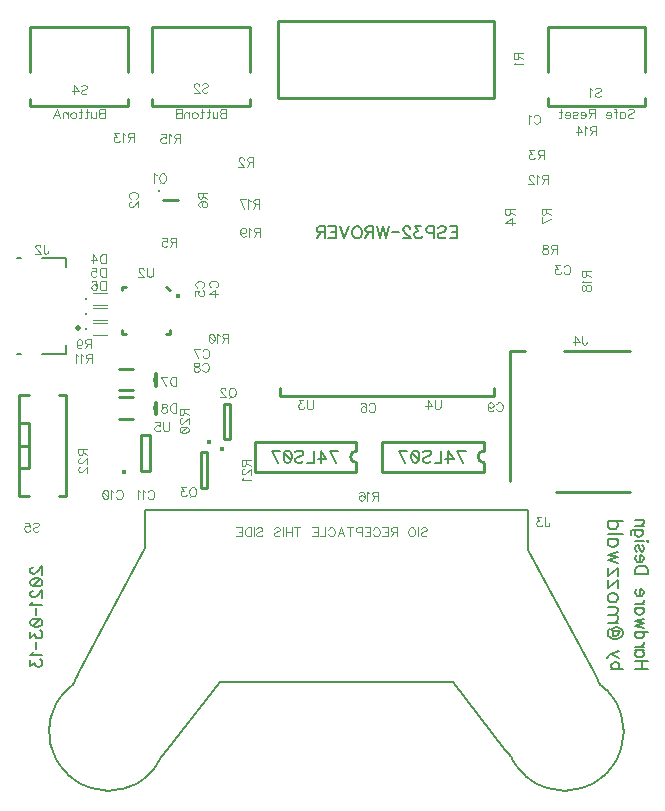
<source format=gbr>
G04 DipTrace 3.3.1.3*
G04 BottomSilk.gbr*
%MOMM*%
G04 #@! TF.FileFunction,Legend,Bot*
G04 #@! TF.Part,Single*
%ADD10C,0.25*%
%ADD14C,0.2*%
%ADD17C,0.1*%
%ADD19C,0.35*%
%ADD24O,0.40037X0.39994*%
%ADD27C,0.15*%
%ADD28O,0.50018X0.49973*%
%ADD40C,0.31758*%
%ADD42O,0.39172X0.39127*%
%ADD57O,0.41029X0.39013*%
%ADD63O,0.39103X0.39118*%
%ADD136C,0.11765*%
%ADD137C,0.15686*%
%ADD138C,0.19608*%
%FSLAX35Y35*%
G04*
G71*
G90*
G75*
G01*
G04 BotSilk*
%LPD*%
X1661754Y5172757D2*
D17*
X1781747D1*
X1661754Y5272757D2*
X1781747D1*
D14*
X1601758Y5222757D3*
X1661754Y5045757D2*
D17*
X1781747D1*
X1661754Y5145757D2*
X1781747D1*
D14*
X1601758Y5095757D3*
X1661754Y4918757D2*
D17*
X1781747D1*
X1661754Y5018757D2*
X1781747D1*
D14*
X1601758Y4968757D3*
X2003035Y4631895D2*
D10*
X1883065D1*
X2003035Y4451905D2*
X1883065D1*
D24*
X2188035Y4541900D3*
X2003035Y4393772D2*
D10*
X1883065D1*
X2003035Y4213782D2*
X1883065D1*
D24*
X2188035Y4303777D3*
D28*
X1529704Y4978915D3*
X1224701Y4763917D2*
D27*
X1434697D1*
Y4833896D1*
X1224701Y5573857D2*
X1434697D1*
Y5493916D1*
X1054732Y4763917D2*
X1014705D1*
X1054732Y5573857D2*
X1014705D1*
X5969855Y1951138D2*
D14*
X5955754Y1961350D1*
X5952836Y1966813D1*
X5947001Y1977975D1*
X5926579Y2016450D1*
X5900808Y2064663D1*
X5347456Y3101825D1*
Y3439550D1*
X5329951D1*
X5169974D1*
X4482904D1*
X3556598D1*
X2702257D1*
X2272899D1*
X2102712D1*
Y3115838D1*
X1542066Y2064663D1*
X1535258Y2052075D1*
X1523588Y2029750D1*
X1516294Y2016450D1*
X1495872Y1977975D1*
X1490037Y1966813D1*
X1487119Y1961350D1*
X1474963Y1952563D1*
X1473018Y1951138D1*
X1436550Y1918125D1*
X1403485Y1881788D1*
X1374310Y1842363D1*
X1349025Y1800325D1*
X1328116Y1755913D1*
X1311583Y1709600D1*
X1299913Y1662100D1*
X1292620Y1613650D1*
X1292133Y1606763D1*
X1290188Y1564488D1*
X1292620Y1515563D1*
X1299913Y1467113D1*
X1311583Y1419375D1*
X1328116Y1373300D1*
X1349025Y1328888D1*
X1374310Y1286850D1*
X1403485Y1247425D1*
X1415641Y1234363D1*
X1436550Y1210850D1*
X1451623Y1197075D1*
X1473018Y1178075D1*
X1512404Y1148863D1*
X1554708Y1123450D1*
X1598957Y1102550D1*
X1645151Y1086163D1*
X1692803Y1074050D1*
X1741428Y1066925D1*
X1790053Y1064550D1*
X1839164Y1066925D1*
X1887789Y1074050D1*
X1914047Y1080700D1*
X1935442Y1086163D1*
X1981635Y1102550D1*
X2025884Y1123450D1*
X2068188Y1148863D1*
X2107574Y1178075D1*
X2128483Y1197075D1*
X2143557Y1210850D1*
X2164952Y1234363D1*
X2176622Y1247425D1*
X2205796Y1286850D1*
X2231081Y1328888D1*
X2238861Y1344800D1*
X2247614Y1355725D1*
X2290404Y1410113D1*
X2737754Y1979638D1*
X4705120D1*
X5152469Y1410113D1*
X5190883Y1361425D1*
X5195259Y1355725D1*
X5204012Y1344800D1*
X5211792Y1328888D1*
X5237077Y1286850D1*
X5266252Y1247425D1*
X5299317Y1210850D1*
X5314391Y1197075D1*
X5329951Y1182825D1*
X5335299Y1178075D1*
X5374686Y1148863D1*
X5416989Y1123450D1*
X5461238Y1102550D1*
X5507432Y1086163D1*
X5555084Y1074050D1*
X5603709Y1066925D1*
X5652820Y1064550D1*
X5701445Y1066925D1*
X5750070Y1074050D1*
X5797723Y1086163D1*
X5843916Y1102550D1*
X5888165Y1123450D1*
X5930469Y1148863D1*
X5969855Y1178075D1*
X5991250Y1197075D1*
X6006324Y1210850D1*
X6010214Y1215363D1*
X6039389Y1247425D1*
X6068564Y1286850D1*
X6093849Y1328888D1*
X6114758Y1373300D1*
X6131290Y1419375D1*
X6142960Y1467113D1*
X6150254Y1515563D1*
X6152685Y1564488D1*
X6151226Y1595125D1*
X6150254Y1613650D1*
X6142960Y1662100D1*
X6131290Y1709600D1*
X6114758Y1755913D1*
X6093849Y1800325D1*
X6068564Y1842363D1*
X6039389Y1881788D1*
X6010214Y1913613D1*
X6006324Y1918125D1*
X5969855Y1951138D1*
X6208878Y4789699D2*
D10*
X5647157D1*
X5320836D2*
X5191304D1*
Y3687581D1*
X5577409Y3589360D2*
X6205141D1*
X2256496Y6065133D2*
X2383510D1*
D40*
X2218680Y6144333D3*
D42*
X2645396Y4017274D3*
X2772756Y4040644D2*
D10*
Y4340630D1*
X2822757D1*
Y4040644D1*
X2772756D1*
D42*
X2751867Y3951736D3*
X2624507Y3928366D2*
D10*
Y3628380D1*
X2574506D1*
Y3928366D1*
X2624507D1*
X5511225Y7147082D2*
Y7528093D1*
X6336789Y7147082D2*
X6336700Y7528093D1*
X5511225D2*
X6336789D1*
X5511225Y6924816D2*
Y6861293D1*
X6336789D1*
Y6924816D1*
X2161598Y7145666D2*
Y7526676D1*
X2987162Y7145666D2*
X2987073Y7526676D1*
X2161598D2*
X2987162D1*
X2161598Y6923399D2*
Y6859877D1*
X2987162D1*
Y6923399D1*
X1129725Y7145692D2*
Y7526703D1*
X1955289Y7145692D2*
X1955200Y7526703D1*
X1129725D2*
X1955289D1*
X1129725Y6923426D2*
Y6859903D1*
X1955289D1*
Y6923426D1*
X1433960Y4412803D2*
X1369697Y4412920D1*
X1036310Y4174785D2*
X1116456Y4174668D1*
Y3793698D1*
X1036310Y3793815D1*
X1116456Y3984183D2*
X1036310Y3984300D1*
X1037039Y4412803D2*
X1036310Y3555680D1*
X1433960Y4412803D2*
X1433231Y3555680D1*
X1116456Y3555563D2*
X1036310Y3555680D1*
X1116456Y4412803D2*
X1036310Y4412920D1*
X1433960Y3555563D2*
X1369697Y3555680D1*
X5056486Y7581078D2*
X3230966D1*
Y6930204D1*
X5056486D1*
Y7581078D1*
Y4470534D2*
Y4407034D1*
X3437219Y4406082D1*
X3246728Y4407034D2*
Y4470534D1*
Y4407034D2*
X3484890D1*
X2308368Y5299511D2*
X2278420Y5329503D1*
X2308368Y4929510D2*
X2278420D1*
X2308368D2*
Y4959503D1*
X1908217Y4929510D2*
Y4959503D1*
Y4929510D2*
X1938270D1*
X1908217Y5329503D2*
Y5299511D1*
Y5329503D2*
X1938270D1*
D57*
X2377856Y5254010D3*
X3890643Y3759362D2*
D10*
X3030617D1*
X3890643Y4019398D2*
X3030617D1*
Y3759362D2*
Y4019398D1*
X3890643Y3759362D2*
Y3839356D1*
Y3939404D2*
Y4019398D1*
Y3839356D2*
G02X3890643Y3939404I-30J50024D01*
G01*
X4970143Y3759362D2*
X4110117D1*
X4970143Y4019398D2*
X4110117D1*
Y3759362D2*
Y4019398D1*
X4970143Y3759362D2*
Y3839356D1*
Y3939404D2*
Y4019398D1*
Y3839356D2*
G02X4970143Y3939404I-30J50024D01*
G01*
D63*
X1926152Y3757396D3*
X2063478Y3770762D2*
D10*
Y4070757D1*
X2143464Y3770762D2*
Y4070757D1*
X2063478D2*
X2143464D1*
X2063478Y3770762D2*
X2143464D1*
X2190633Y4587757D2*
D19*
Y4492507D1*
Y4349630D2*
Y4254380D1*
X5390904Y6768868D2*
D136*
X5394526Y6776112D1*
X5401854Y6783440D1*
X5409098Y6787062D1*
X5423670D1*
X5430998Y6783440D1*
X5438242Y6776112D1*
X5441948Y6768868D1*
X5445570Y6757918D1*
Y6739640D1*
X5441948Y6728774D1*
X5438242Y6721446D1*
X5430998Y6714202D1*
X5423670Y6710496D1*
X5409098D1*
X5401854Y6714202D1*
X5394526Y6721446D1*
X5390904Y6728774D1*
X5367375Y6772405D2*
X5360047Y6776112D1*
X5349097Y6786977D1*
Y6710496D1*
X1982862Y6075587D2*
X1975618Y6079209D1*
X1968290Y6086537D1*
X1964668Y6093781D1*
Y6108353D1*
X1968290Y6115681D1*
X1975618Y6122925D1*
X1982862Y6126631D1*
X1993812Y6130253D1*
X2012090D1*
X2022956Y6126631D1*
X2030284Y6122925D1*
X2037528Y6115681D1*
X2041234Y6108353D1*
Y6093781D1*
X2037528Y6086537D1*
X2030284Y6079209D1*
X2022956Y6075587D1*
X1982946Y6048352D2*
X1979324D1*
X1971996Y6044730D1*
X1968374Y6041108D1*
X1964752Y6033780D1*
Y6019208D1*
X1968374Y6011964D1*
X1971996Y6008342D1*
X1979324Y6004636D1*
X1986568D1*
X1993896Y6008342D1*
X2004762Y6015586D1*
X2041234Y6052058D1*
Y6001014D1*
X5647154Y5494889D2*
X5650776Y5502132D1*
X5658104Y5509461D1*
X5665348Y5513082D1*
X5679920D1*
X5687248Y5509461D1*
X5694491Y5502132D1*
X5698198Y5494889D1*
X5701820Y5483939D1*
Y5465661D1*
X5698198Y5454795D1*
X5694491Y5447467D1*
X5687248Y5440223D1*
X5679920Y5436517D1*
X5665348D1*
X5658104Y5440223D1*
X5650776Y5447467D1*
X5647154Y5454795D1*
X5616296Y5512998D2*
X5576287D1*
X5598102Y5483854D1*
X5587152D1*
X5579909Y5480232D1*
X5576287Y5476611D1*
X5572581Y5465661D1*
Y5458417D1*
X5576287Y5447467D1*
X5583531Y5440139D1*
X5594481Y5436517D1*
X5605431D1*
X5616296Y5440139D1*
X5619918Y5443845D1*
X5623624Y5451089D1*
X2661795Y5324965D2*
X2654552Y5328587D1*
X2647223Y5335915D1*
X2643602Y5343159D1*
Y5357731D1*
X2647223Y5365059D1*
X2654552Y5372303D1*
X2661795Y5376009D1*
X2672745Y5379631D1*
X2691023D1*
X2701889Y5376009D1*
X2709217Y5372302D1*
X2716461Y5365059D1*
X2720167Y5357731D1*
Y5343159D1*
X2716461Y5335915D1*
X2709217Y5328587D1*
X2701889Y5324965D1*
X2720167Y5264964D2*
X2643686D1*
X2694645Y5301435D1*
Y5246770D1*
X2544822Y5322537D2*
X2537578Y5326159D1*
X2530250Y5333487D1*
X2526628Y5340731D1*
Y5355303D1*
X2530250Y5362631D1*
X2537578Y5369875D1*
X2544822Y5373581D1*
X2555772Y5377203D1*
X2574050D1*
X2584916Y5373581D1*
X2592244Y5369875D1*
X2599488Y5362631D1*
X2603194Y5355303D1*
Y5340731D1*
X2599488Y5333487D1*
X2592244Y5326159D1*
X2584916Y5322537D1*
X2526712Y5255292D2*
Y5291680D1*
X2559478Y5295302D1*
X2555856Y5291680D1*
X2552150Y5280730D1*
Y5269864D1*
X2555856Y5258914D1*
X2563100Y5251586D1*
X2574050Y5247964D1*
X2581294D1*
X2592244Y5251586D1*
X2599572Y5258914D1*
X2603194Y5269864D1*
Y5280730D1*
X2599572Y5291680D1*
X2595866Y5295302D1*
X2588622Y5299008D1*
X3996504Y4327631D2*
X4000126Y4334875D1*
X4007454Y4342203D1*
X4014698Y4345825D1*
X4029270D1*
X4036598Y4342203D1*
X4043842Y4334875D1*
X4047548Y4327631D1*
X4051170Y4316681D1*
Y4298403D1*
X4047548Y4287537D1*
X4043842Y4280209D1*
X4036598Y4272965D1*
X4029270Y4269259D1*
X4014698D1*
X4007454Y4272965D1*
X4000126Y4280209D1*
X3996504Y4287537D1*
X3929259Y4334875D2*
X3932881Y4342119D1*
X3943831Y4345741D1*
X3951075D1*
X3962025Y4342119D1*
X3969353Y4331169D1*
X3972975Y4312975D1*
Y4294781D1*
X3969353Y4280209D1*
X3962025Y4272881D1*
X3951075Y4269259D1*
X3947453D1*
X3936587Y4272881D1*
X3929259Y4280209D1*
X3925637Y4291159D1*
Y4294781D1*
X3929259Y4305731D1*
X3936587Y4312975D1*
X3947453Y4316597D1*
X3951075D1*
X3962025Y4312975D1*
X3969353Y4305731D1*
X3972975Y4294781D1*
X2589820Y4785298D2*
X2593442Y4792542D1*
X2600770Y4799870D1*
X2608014Y4803492D1*
X2622586D1*
X2629914Y4799870D1*
X2637158Y4792542D1*
X2640864Y4785298D1*
X2644486Y4774348D1*
Y4756070D1*
X2640864Y4745204D1*
X2637158Y4737876D1*
X2629914Y4730632D1*
X2622586Y4726926D1*
X2608014D1*
X2600770Y4730632D1*
X2593442Y4737876D1*
X2589820Y4745204D1*
X2551719Y4726926D2*
X2515247Y4803408D1*
X2566291D1*
X2586638Y4667875D2*
X2590260Y4675119D1*
X2597588Y4682447D1*
X2604832Y4686069D1*
X2619404D1*
X2626732Y4682447D1*
X2633976Y4675119D1*
X2637682Y4667875D1*
X2641304Y4656925D1*
Y4638647D1*
X2637682Y4627781D1*
X2633976Y4620453D1*
X2626732Y4613209D1*
X2619404Y4609503D1*
X2604832D1*
X2597588Y4613209D1*
X2590260Y4620453D1*
X2586638Y4627781D1*
X2544915Y4685984D2*
X2555781Y4682363D1*
X2559487Y4675119D1*
Y4667791D1*
X2555781Y4660547D1*
X2548537Y4656841D1*
X2533965Y4653219D1*
X2523015Y4649597D1*
X2515771Y4642269D1*
X2512149Y4635025D1*
Y4624075D1*
X2515771Y4616831D1*
X2519393Y4613125D1*
X2530343Y4609503D1*
X2544915D1*
X2555781Y4613125D1*
X2559487Y4616831D1*
X2563109Y4624075D1*
Y4635025D1*
X2559487Y4642269D1*
X2552159Y4649597D1*
X2541293Y4653219D1*
X2526721Y4656841D1*
X2519393Y4660547D1*
X2515771Y4667791D1*
Y4675119D1*
X2519393Y4682363D1*
X2530343Y4685984D1*
X2544915D1*
X5075366Y4332941D2*
X5078988Y4340185D1*
X5086316Y4347513D1*
X5093560Y4351135D1*
X5108132D1*
X5115460Y4347513D1*
X5122704Y4340185D1*
X5126410Y4332941D1*
X5130032Y4321991D1*
Y4303713D1*
X5126410Y4292848D1*
X5122704Y4285520D1*
X5115460Y4278276D1*
X5108132Y4274570D1*
X5093560D1*
X5086316Y4278276D1*
X5078988Y4285520D1*
X5075366Y4292848D1*
X5004415Y4325613D2*
X5008121Y4314663D1*
X5015365Y4307335D1*
X5026315Y4303713D1*
X5029937D1*
X5040887Y4307335D1*
X5048131Y4314663D1*
X5051837Y4325613D1*
Y4329235D1*
X5048131Y4340185D1*
X5040887Y4347429D1*
X5029937Y4351051D1*
X5026315D1*
X5015365Y4347429D1*
X5008121Y4340185D1*
X5004415Y4325613D1*
Y4307335D1*
X5008121Y4289141D1*
X5015365Y4278191D1*
X5026315Y4274570D1*
X5033559D1*
X5044509Y4278191D1*
X5048131Y4285520D1*
X1856364Y3590868D2*
X1859986Y3598112D1*
X1867314Y3605440D1*
X1874558Y3609062D1*
X1889130D1*
X1896458Y3605440D1*
X1903702Y3598112D1*
X1907408Y3590868D1*
X1911030Y3579918D1*
Y3561640D1*
X1907408Y3550774D1*
X1903702Y3543446D1*
X1896458Y3536202D1*
X1889130Y3532496D1*
X1874558D1*
X1867314Y3536202D1*
X1859986Y3543446D1*
X1856364Y3550774D1*
X1832835Y3594405D2*
X1825507Y3598112D1*
X1814557Y3608977D1*
Y3532496D1*
X1769127Y3608977D2*
X1780077Y3605355D1*
X1787405Y3594405D1*
X1791027Y3576212D1*
Y3565262D1*
X1787405Y3547068D1*
X1780077Y3536118D1*
X1769127Y3532496D1*
X1761883D1*
X1750933Y3536118D1*
X1743690Y3547068D1*
X1739983Y3565262D1*
Y3576212D1*
X1743690Y3594405D1*
X1750933Y3605355D1*
X1761883Y3608977D1*
X1769127D1*
X1743690Y3594405D2*
X1787405Y3547068D1*
X2124231Y3589031D2*
X2127853Y3596275D1*
X2135181Y3603603D1*
X2142425Y3607225D1*
X2156997D1*
X2164325Y3603603D1*
X2171569Y3596275D1*
X2175275Y3589031D1*
X2178897Y3578081D1*
Y3559803D1*
X2175275Y3548938D1*
X2171569Y3541610D1*
X2164325Y3534366D1*
X2156997Y3530660D1*
X2142425D1*
X2135181Y3534366D1*
X2127853Y3541610D1*
X2124231Y3548938D1*
X2100702Y3592569D2*
X2093374Y3596275D1*
X2082424Y3607141D1*
Y3530660D1*
X2058894Y3592569D2*
X2051566Y3596275D1*
X2040616Y3607141D1*
Y3530660D1*
X1768876Y5605062D2*
Y5528496D1*
X1743354D1*
X1732404Y5532202D1*
X1725076Y5539446D1*
X1721454Y5546774D1*
X1717832Y5557640D1*
Y5575918D1*
X1721454Y5586868D1*
X1725076Y5594112D1*
X1732404Y5601440D1*
X1743354Y5605062D1*
X1768876D1*
X1657831Y5528496D2*
Y5604978D1*
X1694303Y5554018D1*
X1639637D1*
X1767065Y5491575D2*
Y5415010D1*
X1741543D1*
X1730593Y5418716D1*
X1723265Y5425960D1*
X1719643Y5433288D1*
X1716021Y5444153D1*
Y5462431D1*
X1719643Y5473381D1*
X1723265Y5480625D1*
X1730593Y5487953D1*
X1741543Y5491575D1*
X1767065D1*
X1648776Y5491491D2*
X1685164D1*
X1688786Y5458725D1*
X1685164Y5462347D1*
X1674214Y5466053D1*
X1663348D1*
X1652398Y5462347D1*
X1645070Y5455103D1*
X1641448Y5444153D1*
Y5436910D1*
X1645070Y5425960D1*
X1652398Y5418631D1*
X1663348Y5415010D1*
X1674214D1*
X1685164Y5418631D1*
X1688786Y5422338D1*
X1692492Y5429581D1*
X1767466Y5378089D2*
Y5301523D1*
X1741944D1*
X1730994Y5305229D1*
X1723666Y5312473D1*
X1720044Y5319801D1*
X1716422Y5330667D1*
Y5348945D1*
X1720044Y5359895D1*
X1723666Y5367139D1*
X1730994Y5374467D1*
X1741944Y5378089D1*
X1767466D1*
X1649176Y5367139D2*
X1652798Y5374383D1*
X1663748Y5378004D1*
X1670992D1*
X1681942Y5374383D1*
X1689270Y5363433D1*
X1692892Y5345239D1*
Y5327045D1*
X1689270Y5312473D1*
X1681942Y5305145D1*
X1670992Y5301523D1*
X1667370D1*
X1656505Y5305145D1*
X1649176Y5312473D1*
X1645555Y5323423D1*
Y5327045D1*
X1649176Y5337995D1*
X1656505Y5345239D1*
X1667370Y5348861D1*
X1670992D1*
X1681942Y5345239D1*
X1689270Y5337995D1*
X1692892Y5327045D1*
X2365315Y4567397D2*
Y4490831D1*
X2339793D1*
X2328843Y4494537D1*
X2321515Y4501781D1*
X2317893Y4509109D1*
X2314271Y4519975D1*
Y4538253D1*
X2317893Y4549203D1*
X2321515Y4556447D1*
X2328843Y4563775D1*
X2339793Y4567397D1*
X2365315D1*
X2276170Y4490831D2*
X2239698Y4567313D1*
X2290742D1*
X2362796Y4341204D2*
Y4264638D1*
X2337275D1*
X2326325Y4268344D1*
X2318996Y4275588D1*
X2315375Y4282916D1*
X2311753Y4293782D1*
Y4312060D1*
X2315375Y4323010D1*
X2318996Y4330254D1*
X2326325Y4337582D1*
X2337275Y4341204D1*
X2362796D1*
X2270029Y4341119D2*
X2280895Y4337498D1*
X2284601Y4330254D1*
Y4322926D1*
X2280895Y4315682D1*
X2273651Y4311976D1*
X2259079Y4308354D1*
X2248129Y4304732D1*
X2240886Y4297404D1*
X2237264Y4290160D1*
Y4279210D1*
X2240886Y4271966D1*
X2244507Y4268260D1*
X2255457Y4264638D1*
X2270029D1*
X2280895Y4268260D1*
X2284601Y4271966D1*
X2288223Y4279210D1*
Y4290160D1*
X2284601Y4297404D1*
X2277273Y4304732D1*
X2266407Y4308354D1*
X2251836Y4311976D1*
X2244507Y4315682D1*
X2240886Y4322926D1*
Y4330254D1*
X2244507Y4337498D1*
X2255457Y4341119D1*
X2270029D1*
X1242957Y5685449D2*
Y5627161D1*
X1246579Y5616211D1*
X1250285Y5612589D1*
X1257529Y5608883D1*
X1264857D1*
X1272101Y5612589D1*
X1275723Y5616211D1*
X1279429Y5627161D1*
Y5634405D1*
X1215722Y5667171D2*
Y5670793D1*
X1212100Y5678121D1*
X1208478Y5681743D1*
X1201150Y5685364D1*
X1186578D1*
X1179334Y5681743D1*
X1175712Y5678121D1*
X1172006Y5670793D1*
Y5663549D1*
X1175712Y5656221D1*
X1182956Y5645355D1*
X1219428Y5608883D1*
X1168384D1*
X5486737Y3376519D2*
Y3318231D1*
X5490359Y3307281D1*
X5494065Y3303659D1*
X5501309Y3299953D1*
X5508637D1*
X5515881Y3303659D1*
X5519503Y3307281D1*
X5523209Y3318231D1*
Y3325475D1*
X5455880Y3376434D2*
X5415870D1*
X5437686Y3347291D1*
X5426736D1*
X5419492Y3343669D1*
X5415870Y3340047D1*
X5412164Y3329097D1*
Y3321853D1*
X5415870Y3310903D1*
X5423114Y3303575D1*
X5434064Y3299953D1*
X5445014D1*
X5455880Y3303575D1*
X5459502Y3307281D1*
X5463208Y3314525D1*
X5803778Y4916599D2*
Y4858311D1*
X5807400Y4847361D1*
X5811106Y4843739D1*
X5818350Y4840033D1*
X5825678D1*
X5832922Y4843739D1*
X5836544Y4847361D1*
X5840250Y4858311D1*
Y4865555D1*
X5743777Y4840033D2*
Y4916514D1*
X5780249Y4865555D1*
X5725583D1*
X2258590Y6288602D2*
X2265834Y6285064D1*
X2273162Y6277736D1*
X2276784Y6270408D1*
X2280490Y6259458D1*
Y6241264D1*
X2276784Y6230314D1*
X2273162Y6223070D1*
X2265834Y6215742D1*
X2258590Y6212120D1*
X2244018D1*
X2236690Y6215742D1*
X2229446Y6223070D1*
X2225824Y6230314D1*
X2222118Y6241264D1*
Y6259458D1*
X2225824Y6270408D1*
X2229446Y6277736D1*
X2236690Y6285064D1*
X2244018Y6288602D1*
X2258590D1*
X2247640Y6226692D2*
X2225824Y6204792D1*
X2198588Y6273946D2*
X2191260Y6277652D1*
X2180310Y6288518D1*
Y6212036D1*
X2845583Y4473759D2*
X2852826Y4470221D1*
X2860155Y4462893D1*
X2863776Y4455565D1*
X2867483Y4444615D1*
Y4426421D1*
X2863776Y4415471D1*
X2860155Y4408227D1*
X2852826Y4400899D1*
X2845583Y4397277D1*
X2831011D1*
X2823683Y4400899D1*
X2816439Y4408227D1*
X2812817Y4415471D1*
X2809111Y4426421D1*
Y4444615D1*
X2812817Y4455565D1*
X2816439Y4462893D1*
X2823683Y4470221D1*
X2831011Y4473759D1*
X2845583D1*
X2834633Y4411849D2*
X2812817Y4389949D1*
X2781875Y4455481D2*
Y4459103D1*
X2778253Y4466431D1*
X2774631Y4470053D1*
X2767303Y4473674D1*
X2752731D1*
X2745487Y4470053D1*
X2741866Y4466431D1*
X2738159Y4459103D1*
Y4451859D1*
X2741866Y4444531D1*
X2749109Y4433665D1*
X2785581Y4397193D1*
X2734537D1*
X2512656Y3632239D2*
X2519900Y3628701D1*
X2527228Y3621373D1*
X2530850Y3614045D1*
X2534556Y3603095D1*
Y3584901D1*
X2530850Y3573951D1*
X2527228Y3566707D1*
X2519900Y3559379D1*
X2512656Y3555757D1*
X2498084D1*
X2490756Y3559379D1*
X2483512Y3566707D1*
X2479890Y3573951D1*
X2476184Y3584901D1*
Y3603095D1*
X2479890Y3614045D1*
X2483512Y3621373D1*
X2490756Y3628701D1*
X2498084Y3632239D1*
X2512656D1*
X2501706Y3570329D2*
X2479890Y3548429D1*
X2445327Y3632154D2*
X2405317D1*
X2427133Y3603011D1*
X2416183D1*
X2408939Y3599389D1*
X2405317Y3595767D1*
X2401611Y3584817D1*
Y3577573D1*
X2405317Y3566623D1*
X2412561Y3559295D1*
X2423511Y3555673D1*
X2434461D1*
X2445327Y3559295D1*
X2448948Y3563001D1*
X2452655Y3570245D1*
X5259957Y7305336D2*
Y7272570D1*
X5256251Y7261620D1*
X5252629Y7257914D1*
X5245385Y7254292D1*
X5238057D1*
X5230813Y7257914D1*
X5227107Y7261620D1*
X5223485Y7272570D1*
Y7305336D1*
X5300051D1*
X5259957Y7279814D2*
X5300051Y7254292D1*
X5238141Y7230763D2*
X5234435Y7223435D1*
X5223569Y7212485D1*
X5300050D1*
X3016512Y6387806D2*
X2983746D1*
X2972796Y6391513D1*
X2969090Y6395134D1*
X2965468Y6402378D1*
Y6409706D1*
X2969090Y6416950D1*
X2972796Y6420656D1*
X2983746Y6424278D1*
X3016512D1*
Y6347713D1*
X2990990Y6387806D2*
X2965468Y6347713D1*
X2938233Y6406000D2*
Y6409622D1*
X2934611Y6416950D1*
X2930989Y6420572D1*
X2923661Y6424194D1*
X2909089D1*
X2901845Y6420572D1*
X2898223Y6416950D1*
X2894517Y6409622D1*
Y6402378D1*
X2898223Y6395050D1*
X2905467Y6384184D1*
X2941939Y6347713D1*
X2890895D1*
X5476069Y6448943D2*
X5443303D1*
X5432353Y6452649D1*
X5428647Y6456271D1*
X5425025Y6463515D1*
Y6470843D1*
X5428647Y6478087D1*
X5432353Y6481793D1*
X5443303Y6485415D1*
X5476069D1*
Y6408849D1*
X5450547Y6448943D2*
X5425025Y6408849D1*
X5394167Y6485331D2*
X5354158D1*
X5375973Y6456187D1*
X5365023D1*
X5357780Y6452565D1*
X5354158Y6448943D1*
X5350451Y6437993D1*
Y6430749D1*
X5354158Y6419799D1*
X5361401Y6412471D1*
X5372351Y6408849D1*
X5383301D1*
X5394167Y6412471D1*
X5397789Y6416177D1*
X5401495Y6423421D1*
X5189360Y5984403D2*
Y5951637D1*
X5185654Y5940687D1*
X5182032Y5936981D1*
X5174788Y5933359D1*
X5167460D1*
X5160216Y5936981D1*
X5156510Y5940687D1*
X5152888Y5951637D1*
Y5984403D1*
X5229454D1*
X5189360Y5958881D2*
X5229454Y5933359D1*
Y5873358D2*
X5152972D1*
X5203932Y5909830D1*
Y5855164D1*
X2366355Y5707300D2*
X2333589D1*
X2322639Y5711006D1*
X2318933Y5714628D1*
X2315311Y5721872D1*
Y5729200D1*
X2318933Y5736444D1*
X2322639Y5740150D1*
X2333589Y5743772D1*
X2366355D1*
Y5667206D1*
X2340833Y5707300D2*
X2315311Y5667206D1*
X2248066Y5743687D2*
X2284454D1*
X2288076Y5710922D1*
X2284454Y5714544D1*
X2273504Y5718250D1*
X2262638D1*
X2251688Y5714544D1*
X2244360Y5707300D1*
X2240738Y5696350D1*
Y5689106D1*
X2244360Y5678156D1*
X2251688Y5670828D1*
X2262638Y5667206D1*
X2273504D1*
X2284454Y5670828D1*
X2288076Y5674534D1*
X2291782Y5681778D1*
X2589574Y6126589D2*
Y6093823D1*
X2585868Y6082873D1*
X2582246Y6079167D1*
X2575002Y6075545D1*
X2567674D1*
X2560430Y6079167D1*
X2556724Y6082873D1*
X2553102Y6093823D1*
Y6126589D1*
X2629668D1*
X2589574Y6101067D2*
X2629668Y6075545D1*
X2564052Y6008300D2*
X2556808Y6011922D1*
X2553186Y6022872D1*
Y6030116D1*
X2556808Y6041066D1*
X2567758Y6048394D1*
X2585952Y6052016D1*
X2604146D1*
X2618718Y6048394D1*
X2626046Y6041066D1*
X2629668Y6030116D1*
Y6026494D1*
X2626046Y6015628D1*
X2618718Y6008300D1*
X2607768Y6004678D1*
X2604146D1*
X2593196Y6008300D1*
X2585952Y6015628D1*
X2582330Y6026494D1*
Y6030116D1*
X2585952Y6041066D1*
X2593196Y6048394D1*
X2604146Y6052016D1*
X5495227Y5991012D2*
Y5958246D1*
X5491521Y5947296D1*
X5487899Y5943590D1*
X5480655Y5939968D1*
X5473327D1*
X5466083Y5943590D1*
X5462377Y5947296D1*
X5458755Y5958246D1*
Y5991012D1*
X5535321D1*
X5495227Y5965490D2*
X5535321Y5939968D1*
Y5901867D2*
X5458839Y5865395D1*
Y5916439D1*
X5588313Y5646841D2*
X5555547D1*
X5544597Y5650547D1*
X5540891Y5654169D1*
X5537269Y5661412D1*
Y5668741D1*
X5540891Y5675984D1*
X5544597Y5679691D1*
X5555547Y5683312D1*
X5588313D1*
Y5606747D1*
X5562791Y5646841D2*
X5537269Y5606747D1*
X5495546Y5683228D2*
X5506412Y5679606D1*
X5510118Y5672362D1*
Y5665034D1*
X5506412Y5657791D1*
X5499168Y5654084D1*
X5484596Y5650462D1*
X5473646Y5646841D1*
X5466402Y5639512D1*
X5462780Y5632269D1*
Y5621319D1*
X5466402Y5614075D1*
X5470024Y5610369D1*
X5480974Y5606747D1*
X5495546D1*
X5506412Y5610369D1*
X5510118Y5614075D1*
X5513740Y5621319D1*
Y5632269D1*
X5510118Y5639512D1*
X5502790Y5646841D1*
X5491924Y5650462D1*
X5477352Y5654084D1*
X5470024Y5657791D1*
X5466402Y5665034D1*
Y5672362D1*
X5470024Y5679606D1*
X5480974Y5683228D1*
X5495546D1*
X1644204Y4847113D2*
X1611439D1*
X1600489Y4850820D1*
X1596782Y4854441D1*
X1593160Y4861685D1*
Y4869013D1*
X1596782Y4876257D1*
X1600489Y4879963D1*
X1611439Y4883585D1*
X1644204D1*
Y4807020D1*
X1618682Y4847113D2*
X1593160Y4807020D1*
X1522209Y4858063D2*
X1525915Y4847113D1*
X1533159Y4839785D1*
X1544109Y4836163D1*
X1547731D1*
X1558681Y4839785D1*
X1565925Y4847113D1*
X1569631Y4858063D1*
Y4861685D1*
X1565925Y4872635D1*
X1558681Y4879879D1*
X1547731Y4883501D1*
X1544109D1*
X1533159Y4879879D1*
X1525915Y4872635D1*
X1522209Y4858063D1*
Y4839785D1*
X1525915Y4821591D1*
X1533159Y4810641D1*
X1544109Y4807020D1*
X1551353D1*
X1562303Y4810641D1*
X1565925Y4817970D1*
X2806942Y4894757D2*
X2774177D1*
X2763227Y4898463D1*
X2759520Y4902085D1*
X2755898Y4909329D1*
Y4916657D1*
X2759520Y4923901D1*
X2763227Y4927607D1*
X2774177Y4931229D1*
X2806942D1*
Y4854663D1*
X2781420Y4894757D2*
X2755898Y4854663D1*
X2732369Y4916573D2*
X2725041Y4920279D1*
X2714091Y4931144D1*
Y4854663D1*
X2668662Y4931144D2*
X2679612Y4927523D1*
X2686940Y4916573D1*
X2690562Y4898379D1*
Y4887429D1*
X2686940Y4869235D1*
X2679612Y4858285D1*
X2668662Y4854663D1*
X2661418D1*
X2650468Y4858285D1*
X2643224Y4869235D1*
X2639518Y4887429D1*
Y4898379D1*
X2643224Y4916573D1*
X2650468Y4927523D1*
X2661418Y4931144D1*
X2668662D1*
X2643224Y4916573D2*
X2686940Y4869235D1*
X1651446Y4722410D2*
X1618680D1*
X1607730Y4726116D1*
X1604024Y4729738D1*
X1600402Y4736982D1*
Y4744310D1*
X1604024Y4751554D1*
X1607730Y4755260D1*
X1618680Y4758882D1*
X1651446D1*
Y4682316D1*
X1625924Y4722410D2*
X1600402Y4682316D1*
X1576873Y4744226D2*
X1569545Y4747932D1*
X1558595Y4758798D1*
Y4682316D1*
X1535065Y4744226D2*
X1527737Y4747932D1*
X1516787Y4758798D1*
Y4682316D1*
X5512842Y6241063D2*
X5480077D1*
X5469127Y6244769D1*
X5465420Y6248391D1*
X5461798Y6255635D1*
Y6262963D1*
X5465420Y6270207D1*
X5469127Y6273913D1*
X5480077Y6277535D1*
X5512842D1*
Y6200969D1*
X5487320Y6241063D2*
X5461798Y6200969D1*
X5438269Y6262879D2*
X5430941Y6266585D1*
X5419991Y6277451D1*
Y6200969D1*
X5392755Y6259257D2*
Y6262879D1*
X5389134Y6270207D1*
X5385512Y6273829D1*
X5378184Y6277451D1*
X5363612D1*
X5356368Y6273829D1*
X5352746Y6270207D1*
X5349040Y6262879D1*
Y6255635D1*
X5352746Y6248307D1*
X5359990Y6237441D1*
X5396462Y6200969D1*
X5345418D1*
X2004109Y6593380D2*
X1971343D1*
X1960393Y6597086D1*
X1956687Y6600708D1*
X1953065Y6607952D1*
Y6615280D1*
X1956687Y6622524D1*
X1960393Y6626230D1*
X1971343Y6629852D1*
X2004109D1*
Y6553286D1*
X1978587Y6593380D2*
X1953065Y6553286D1*
X1929536Y6615195D2*
X1922208Y6618902D1*
X1911258Y6629767D1*
Y6553286D1*
X1880400Y6629767D2*
X1840391D1*
X1862206Y6600624D1*
X1851256D1*
X1844012Y6597002D1*
X1840391Y6593380D1*
X1836684Y6582430D1*
Y6575186D1*
X1840391Y6564236D1*
X1847634Y6556908D1*
X1858584Y6553286D1*
X1869534D1*
X1880400Y6556908D1*
X1884022Y6560614D1*
X1887728Y6567858D1*
X5917710Y6651424D2*
X5884944D1*
X5873994Y6655130D1*
X5870288Y6658752D1*
X5866666Y6665996D1*
Y6673324D1*
X5870288Y6680568D1*
X5873994Y6684274D1*
X5884944Y6687896D1*
X5917710D1*
Y6611330D1*
X5892188Y6651424D2*
X5866666Y6611330D1*
X5843137Y6673240D2*
X5835809Y6676946D1*
X5824859Y6687812D1*
Y6611330D1*
X5764857D2*
Y6687812D1*
X5801329Y6636852D1*
X5746663D1*
X2399429Y6585160D2*
X2366663D1*
X2355713Y6588866D1*
X2352007Y6592488D1*
X2348385Y6599732D1*
Y6607060D1*
X2352007Y6614304D1*
X2355713Y6618010D1*
X2366663Y6621632D1*
X2399429D1*
Y6545066D1*
X2373907Y6585160D2*
X2348385Y6545066D1*
X2324856Y6606976D2*
X2317528Y6610682D1*
X2306578Y6621548D1*
Y6545066D1*
X2239332Y6621548D2*
X2275720D1*
X2279342Y6588782D1*
X2275720Y6592404D1*
X2264770Y6596110D1*
X2253904D1*
X2242954Y6592404D1*
X2235626Y6585160D1*
X2232004Y6574210D1*
Y6566966D1*
X2235626Y6556016D1*
X2242954Y6548688D1*
X2253904Y6545066D1*
X2264770D1*
X2275720Y6548688D1*
X2279342Y6552394D1*
X2283048Y6559638D1*
X4076119Y3557620D2*
X4043353D1*
X4032403Y3561326D1*
X4028697Y3564948D1*
X4025075Y3572192D1*
Y3579520D1*
X4028697Y3586764D1*
X4032403Y3590470D1*
X4043353Y3594092D1*
X4076119D1*
Y3517526D1*
X4050597Y3557620D2*
X4025075Y3517526D1*
X4001546Y3579435D2*
X3994218Y3583142D1*
X3983268Y3594007D1*
Y3517526D1*
X3916023Y3583142D2*
X3919645Y3590385D1*
X3930595Y3594007D1*
X3937839D1*
X3948789Y3590385D1*
X3956117Y3579435D1*
X3959739Y3561242D1*
Y3543048D1*
X3956117Y3528476D1*
X3948789Y3521148D1*
X3937839Y3517526D1*
X3934217D1*
X3923351Y3521148D1*
X3916023Y3528476D1*
X3912401Y3539426D1*
Y3543048D1*
X3916023Y3553998D1*
X3923351Y3561242D1*
X3934217Y3564864D1*
X3937839D1*
X3948789Y3561242D1*
X3956117Y3553998D1*
X3959739Y3543048D1*
X3069449Y6032147D2*
X3036683D1*
X3025733Y6035853D1*
X3022027Y6039475D1*
X3018405Y6046719D1*
Y6054047D1*
X3022027Y6061291D1*
X3025733Y6064997D1*
X3036683Y6068619D1*
X3069449D1*
Y5992053D1*
X3043927Y6032147D2*
X3018405Y5992053D1*
X2994876Y6053963D2*
X2987548Y6057669D1*
X2976598Y6068534D1*
Y5992053D1*
X2938496D2*
X2902024Y6068534D1*
X2953068D1*
X5837617Y5460524D2*
Y5427758D1*
X5833911Y5416808D1*
X5830289Y5413102D1*
X5823045Y5409480D1*
X5815717D1*
X5808473Y5413102D1*
X5804767Y5416808D1*
X5801145Y5427758D1*
Y5460524D1*
X5877711D1*
X5837617Y5435002D2*
X5877711Y5409480D1*
X5815801Y5385950D2*
X5812095Y5378622D1*
X5801229Y5367672D1*
X5877711D1*
X5801229Y5325949D2*
X5804851Y5336815D1*
X5812095Y5340521D1*
X5819423D1*
X5826667Y5336815D1*
X5830373Y5329571D1*
X5833995Y5314999D1*
X5837617Y5304049D1*
X5844945Y5296805D1*
X5852189Y5293184D1*
X5863139D1*
X5870382Y5296805D1*
X5874089Y5300427D1*
X5877711Y5311377D1*
Y5325949D1*
X5874089Y5336815D1*
X5870383Y5340521D1*
X5863139Y5344143D1*
X5852189D1*
X5844945Y5340521D1*
X5837617Y5333193D1*
X5833995Y5322327D1*
X5830373Y5307755D1*
X5826667Y5300427D1*
X5819423Y5296805D1*
X5812095D1*
X5804851Y5300427D1*
X5801229Y5311377D1*
Y5325949D1*
X3072145Y5791770D2*
X3039379D1*
X3028429Y5795476D1*
X3024723Y5799098D1*
X3021101Y5806342D1*
Y5813670D1*
X3024723Y5820914D1*
X3028429Y5824620D1*
X3039379Y5828242D1*
X3072145D1*
Y5751676D1*
X3046623Y5791770D2*
X3021101Y5751676D1*
X2997571Y5813586D2*
X2990243Y5817292D1*
X2979293Y5828158D1*
Y5751676D1*
X2908342Y5802720D2*
X2912048Y5791770D1*
X2919292Y5784442D1*
X2930242Y5780820D1*
X2933864D1*
X2944814Y5784442D1*
X2952058Y5791770D1*
X2955764Y5802720D1*
Y5806342D1*
X2952058Y5817292D1*
X2944814Y5824536D1*
X2933864Y5828158D1*
X2930242D1*
X2919292Y5824536D1*
X2912048Y5817292D1*
X2908342Y5802720D1*
Y5784442D1*
X2912048Y5766248D1*
X2919292Y5755298D1*
X2930242Y5751676D1*
X2937486D1*
X2948436Y5755298D1*
X2952058Y5762626D1*
X2429760Y4292472D2*
Y4259706D1*
X2426054Y4248756D1*
X2422432Y4245050D1*
X2415188Y4241428D1*
X2407860D1*
X2400616Y4245050D1*
X2396910Y4248756D1*
X2393288Y4259706D1*
Y4292472D1*
X2469854D1*
X2429760Y4266950D2*
X2469854Y4241428D1*
X2411566Y4214193D2*
X2407944D1*
X2400616Y4210571D1*
X2396994Y4206949D1*
X2393372Y4199621D1*
Y4185049D1*
X2396994Y4177805D1*
X2400616Y4174183D1*
X2407944Y4170477D1*
X2415188D1*
X2422516Y4174183D1*
X2433382Y4181427D1*
X2469854Y4217899D1*
Y4166855D1*
X2393372Y4121426D2*
X2396994Y4132376D1*
X2407944Y4139704D1*
X2426138Y4143326D1*
X2437088D1*
X2455282Y4139704D1*
X2466232Y4132375D1*
X2469854Y4121426D1*
Y4114182D1*
X2466232Y4103232D1*
X2455282Y4095988D1*
X2437088Y4092282D1*
X2426138D1*
X2407944Y4095988D1*
X2396994Y4103232D1*
X2393372Y4114182D1*
Y4121426D1*
X2407944Y4095988D2*
X2455282Y4139704D1*
X2954697Y3863346D2*
Y3830580D1*
X2950991Y3819630D1*
X2947369Y3815924D1*
X2940125Y3812302D1*
X2932797D1*
X2925553Y3815924D1*
X2921847Y3819630D1*
X2918225Y3830580D1*
Y3863346D1*
X2994791D1*
X2954697Y3837824D2*
X2994791Y3812302D1*
X2936503Y3785066D2*
X2932881D1*
X2925553Y3781445D1*
X2921931Y3777823D1*
X2918309Y3770495D1*
Y3755923D1*
X2921931Y3748679D1*
X2925553Y3745057D1*
X2932881Y3741351D1*
X2940125D1*
X2947453Y3745057D1*
X2958319Y3752301D1*
X2994791Y3788772D1*
Y3737729D1*
X2932881Y3714199D2*
X2929175Y3706871D1*
X2918309Y3695921D1*
X2994791D1*
X1572510Y3956102D2*
Y3923336D1*
X1568804Y3912386D1*
X1565182Y3908680D1*
X1557938Y3905058D1*
X1550610D1*
X1543366Y3908680D1*
X1539660Y3912386D1*
X1536038Y3923336D1*
Y3956102D1*
X1612604D1*
X1572510Y3930580D2*
X1612604Y3905058D1*
X1554316Y3877823D2*
X1550694D1*
X1543366Y3874201D1*
X1539744Y3870579D1*
X1536122Y3863251D1*
Y3848679D1*
X1539744Y3841435D1*
X1543366Y3837813D1*
X1550694Y3834107D1*
X1557938D1*
X1565266Y3837813D1*
X1576132Y3845057D1*
X1612604Y3881529D1*
Y3830485D1*
X1554316Y3803249D2*
X1550694D1*
X1543366Y3799628D1*
X1539744Y3796006D1*
X1536122Y3788678D1*
Y3774106D1*
X1539744Y3766862D1*
X1543366Y3763240D1*
X1550694Y3759534D1*
X1557938D1*
X1565266Y3763240D1*
X1576132Y3770484D1*
X1612604Y3806955D1*
Y3755912D1*
X5911955Y7003142D2*
X5919199Y7010470D1*
X5930149Y7014092D1*
X5944721D1*
X5955671Y7010470D1*
X5962999Y7003142D1*
Y6995898D1*
X5959293Y6988570D1*
X5955671Y6984948D1*
X5948427Y6981326D1*
X5926527Y6973998D1*
X5919199Y6970376D1*
X5915577Y6966670D1*
X5911955Y6959426D1*
Y6948476D1*
X5919199Y6941232D1*
X5930149Y6937526D1*
X5944721D1*
X5955671Y6941232D1*
X5962999Y6948476D1*
X5888426Y6999436D2*
X5881098Y7003142D1*
X5870148Y7014008D1*
Y6937526D1*
X6191781Y6824498D2*
X6199024Y6831826D1*
X6209974Y6835448D1*
X6224546D1*
X6235496Y6831826D1*
X6242824Y6824498D1*
Y6817254D1*
X6239118Y6809926D1*
X6235496Y6806304D1*
X6228253Y6802683D1*
X6206353Y6795354D1*
X6199024Y6791733D1*
X6195403Y6788026D1*
X6191781Y6780783D1*
Y6769833D1*
X6199024Y6762589D1*
X6209974Y6758883D1*
X6224546D1*
X6235496Y6762589D1*
X6242824Y6769833D1*
X6124535Y6809926D2*
Y6758883D1*
Y6798976D2*
X6131779Y6806304D1*
X6139107Y6809926D1*
X6149973D1*
X6157301Y6806304D1*
X6164545Y6798976D1*
X6168251Y6788026D1*
Y6780783D1*
X6164545Y6769833D1*
X6157301Y6762589D1*
X6149973Y6758883D1*
X6139107D1*
X6131779Y6762589D1*
X6124535Y6769833D1*
X6071862Y6835448D2*
X6079106D1*
X6086434Y6831826D1*
X6090056Y6820876D1*
Y6758883D1*
X6101006Y6809926D2*
X6075484D1*
X6048333Y6788026D2*
X6004617D1*
Y6795354D1*
X6008239Y6802683D1*
X6011861Y6806304D1*
X6019189Y6809926D1*
X6030139D1*
X6037383Y6806304D1*
X6044711Y6798976D1*
X6048333Y6788026D1*
Y6780783D1*
X6044711Y6769833D1*
X6037383Y6762589D1*
X6030139Y6758883D1*
X6019189D1*
X6011861Y6762589D1*
X6004617Y6769833D1*
X5907020Y6798976D2*
X5874254D1*
X5863304Y6802683D1*
X5859598Y6806304D1*
X5855976Y6813548D1*
Y6820876D1*
X5859598Y6828120D1*
X5863304Y6831826D1*
X5874254Y6835448D1*
X5907020D1*
Y6758883D1*
X5881498Y6798976D2*
X5855976Y6758883D1*
X5832446Y6788026D2*
X5788731D1*
Y6795354D1*
X5792353Y6802683D1*
X5795975Y6806304D1*
X5803303Y6809926D1*
X5814253D1*
X5821496Y6806304D1*
X5828825Y6798976D1*
X5832446Y6788026D1*
Y6780783D1*
X5828825Y6769833D1*
X5821496Y6762589D1*
X5814253Y6758883D1*
X5803303D1*
X5795975Y6762589D1*
X5788731Y6769833D1*
X5725107Y6798976D2*
X5728729Y6806304D1*
X5739679Y6809926D1*
X5750629D1*
X5761579Y6806304D1*
X5765201Y6798976D1*
X5761579Y6791733D1*
X5754251Y6788026D1*
X5736057Y6784404D1*
X5728729Y6780783D1*
X5725107Y6773454D1*
Y6769833D1*
X5728729Y6762589D1*
X5739679Y6758883D1*
X5750629D1*
X5761579Y6762589D1*
X5765201Y6769833D1*
X5701578Y6788026D2*
X5657862D1*
Y6795354D1*
X5661484Y6802683D1*
X5665106Y6806304D1*
X5672434Y6809926D1*
X5683384D1*
X5690628Y6806304D1*
X5697956Y6798976D1*
X5701578Y6788026D1*
Y6780783D1*
X5697956Y6769833D1*
X5690628Y6762589D1*
X5683384Y6758883D1*
X5672434D1*
X5665106Y6762589D1*
X5657862Y6769833D1*
X5623383Y6835448D2*
Y6773454D1*
X5619761Y6762589D1*
X5612433Y6758883D1*
X5605189D1*
X5634333Y6809926D2*
X5608811D1*
X2586145Y7039899D2*
X2593389Y7047227D1*
X2604339Y7050849D1*
X2618911D1*
X2629861Y7047227D1*
X2637189Y7039899D1*
Y7032655D1*
X2633482Y7025327D1*
X2629861Y7021705D1*
X2622617Y7018083D1*
X2600717Y7010755D1*
X2593389Y7007133D1*
X2589767Y7003427D1*
X2586145Y6996183D1*
Y6985233D1*
X2593389Y6977989D1*
X2604339Y6974283D1*
X2618911D1*
X2629861Y6977989D1*
X2637189Y6985233D1*
X2558909Y7032571D2*
Y7036193D1*
X2555287Y7043521D1*
X2551665Y7047143D1*
X2544337Y7050764D1*
X2529765D1*
X2522521Y7047143D1*
X2518900Y7043521D1*
X2515193Y7036193D1*
Y7028949D1*
X2518900Y7021621D1*
X2526143Y7010755D1*
X2562615Y6974283D1*
X2511571D1*
X2788961Y6834032D2*
Y6757466D1*
X2756111D1*
X2745161Y6761172D1*
X2741539Y6764794D1*
X2737917Y6772038D1*
Y6782988D1*
X2741539Y6790316D1*
X2745161Y6793938D1*
X2756111Y6797560D1*
X2745161Y6801266D1*
X2741539Y6804888D1*
X2737917Y6812132D1*
Y6819460D1*
X2741539Y6826704D1*
X2745161Y6830410D1*
X2756111Y6834032D1*
X2788961D1*
Y6797560D2*
X2756111D1*
X2714388Y6808510D2*
Y6772038D1*
X2710766Y6761172D1*
X2703438Y6757466D1*
X2692488D1*
X2685244Y6761172D1*
X2674294Y6772038D1*
Y6808510D2*
Y6757466D1*
X2639814Y6834032D2*
Y6772038D1*
X2636192Y6761172D1*
X2628864Y6757466D1*
X2621620D1*
X2650764Y6808510D2*
X2625242D1*
X2587141Y6834032D2*
Y6772038D1*
X2583519Y6761172D1*
X2576191Y6757466D1*
X2568947D1*
X2598091Y6808510D2*
X2572569D1*
X2527224D2*
X2534468Y6804888D1*
X2541796Y6797560D1*
X2545418Y6786610D1*
Y6779366D1*
X2541796Y6768416D1*
X2534468Y6761172D1*
X2527224Y6757466D1*
X2516274D1*
X2508946Y6761172D1*
X2501702Y6768416D1*
X2497996Y6779366D1*
Y6786610D1*
X2501702Y6797560D1*
X2508946Y6804888D1*
X2516274Y6808510D1*
X2527224D1*
X2474466D2*
Y6757466D1*
Y6793938D2*
X2463516Y6804888D1*
X2456188Y6808510D1*
X2445323D1*
X2437994Y6804888D1*
X2434373Y6793938D1*
Y6757466D1*
X2410843Y6834032D2*
Y6757466D1*
X2377993D1*
X2367043Y6761172D1*
X2363421Y6764794D1*
X2359799Y6772038D1*
Y6782988D1*
X2363421Y6790316D1*
X2367043Y6793938D1*
X2377993Y6797560D1*
X2367043Y6801266D1*
X2363421Y6804888D1*
X2359799Y6812132D1*
Y6819460D1*
X2363421Y6826704D1*
X2367043Y6830410D1*
X2377993Y6834032D1*
X2410843D1*
Y6797560D2*
X2377993D1*
X1561532Y7026095D2*
X1568776Y7033423D1*
X1579726Y7037045D1*
X1594298D1*
X1605248Y7033423D1*
X1612576Y7026095D1*
Y7018851D1*
X1608870Y7011523D1*
X1605248Y7007901D1*
X1598004Y7004280D1*
X1576104Y6996951D1*
X1568776Y6993330D1*
X1565154Y6989623D1*
X1561532Y6982380D1*
Y6971430D1*
X1568776Y6964186D1*
X1579726Y6960480D1*
X1594298D1*
X1605248Y6964186D1*
X1612576Y6971430D1*
X1501531Y6960480D2*
Y7036961D1*
X1538003Y6986001D1*
X1483337D1*
X1760751Y6834058D2*
Y6757493D1*
X1727901D1*
X1716951Y6761199D1*
X1713330Y6764821D1*
X1709708Y6772064D1*
Y6783014D1*
X1713330Y6790343D1*
X1716951Y6793964D1*
X1727901Y6797586D1*
X1716951Y6801293D1*
X1713330Y6804914D1*
X1709708Y6812158D1*
Y6819486D1*
X1713330Y6826730D1*
X1716951Y6830436D1*
X1727901Y6834058D1*
X1760751D1*
Y6797586D2*
X1727901D1*
X1686178Y6808536D2*
Y6772064D1*
X1682556Y6761199D1*
X1675228Y6757493D1*
X1664278D1*
X1657034Y6761199D1*
X1646084Y6772064D1*
Y6808536D2*
Y6757493D1*
X1611605Y6834058D2*
Y6772064D1*
X1607983Y6761199D1*
X1600655Y6757493D1*
X1593411D1*
X1622555Y6808536D2*
X1597033D1*
X1558932Y6834058D2*
Y6772064D1*
X1555310Y6761199D1*
X1547982Y6757493D1*
X1540738D1*
X1569882Y6808536D2*
X1544360D1*
X1499015D2*
X1506258Y6804914D1*
X1513587Y6797586D1*
X1517208Y6786636D1*
Y6779393D1*
X1513587Y6768443D1*
X1506258Y6761199D1*
X1499015Y6757493D1*
X1488065D1*
X1480737Y6761199D1*
X1473493Y6768443D1*
X1469787Y6779393D1*
Y6786636D1*
X1473493Y6797586D1*
X1480737Y6804914D1*
X1488065Y6808536D1*
X1499015D1*
X1446257D2*
Y6757493D1*
Y6793964D2*
X1435307Y6804914D1*
X1427979Y6808536D1*
X1417113D1*
X1409785Y6804914D1*
X1406163Y6793964D1*
Y6757493D1*
X1324262D2*
X1353490Y6834058D1*
X1382634Y6757493D1*
X1371684Y6783014D2*
X1335212D1*
X1151661Y3320955D2*
X1158905Y3328283D1*
X1169855Y3331905D1*
X1184427D1*
X1195377Y3328283D1*
X1202705Y3320955D1*
Y3313711D1*
X1198999Y3306383D1*
X1195377Y3302761D1*
X1188133Y3299140D1*
X1166233Y3291811D1*
X1158905Y3288190D1*
X1155283Y3284483D1*
X1151661Y3277240D1*
Y3266290D1*
X1158905Y3259046D1*
X1169855Y3255340D1*
X1184427D1*
X1195377Y3259046D1*
X1202705Y3266290D1*
X1084416Y3331821D2*
X1120804D1*
X1124426Y3299055D1*
X1120804Y3302677D1*
X1109854Y3306383D1*
X1098988D1*
X1088038Y3302677D1*
X1080710Y3295433D1*
X1077088Y3284483D1*
Y3277240D1*
X1080710Y3266290D1*
X1088038Y3258961D1*
X1098988Y3255340D1*
X1109854D1*
X1120804Y3258961D1*
X1124426Y3262668D1*
X1128132Y3269911D1*
X2168099Y5489475D2*
Y5434810D1*
X2164477Y5423860D1*
X2157149Y5416616D1*
X2146199Y5412910D1*
X2138955D1*
X2128005Y5416616D1*
X2120677Y5423860D1*
X2117055Y5434810D1*
Y5489475D1*
X2089819Y5471197D2*
Y5474819D1*
X2086197Y5482147D1*
X2082575Y5485769D1*
X2075247Y5489391D1*
X2060675D1*
X2053431Y5485769D1*
X2049810Y5482147D1*
X2046103Y5474819D1*
Y5467575D1*
X2049810Y5460247D1*
X2057053Y5449381D1*
X2093525Y5412910D1*
X2042481D1*
X3523439Y4370972D2*
Y4316306D1*
X3519817Y4305356D1*
X3512489Y4298112D1*
X3501539Y4294406D1*
X3494295D1*
X3483345Y4298112D1*
X3476017Y4305356D1*
X3472395Y4316306D1*
Y4370972D1*
X3441537Y4370888D2*
X3401528D1*
X3423343Y4341744D1*
X3412393D1*
X3405150Y4338122D1*
X3401528Y4334500D1*
X3397821Y4323550D1*
Y4316306D1*
X3401528Y4305356D1*
X3408771Y4298028D1*
X3419721Y4294406D1*
X3430671D1*
X3441537Y4298028D1*
X3445159Y4301734D1*
X3448865Y4308978D1*
X4604750Y4370972D2*
Y4316306D1*
X4601128Y4305356D1*
X4593800Y4298112D1*
X4582850Y4294406D1*
X4575606D1*
X4564656Y4298112D1*
X4557328Y4305356D1*
X4553706Y4316306D1*
Y4370972D1*
X4493704Y4294406D2*
Y4370888D1*
X4530176Y4319928D1*
X4475511D1*
X2305672Y4182345D2*
Y4127680D1*
X2302050Y4116730D1*
X2294722Y4109486D1*
X2283772Y4105780D1*
X2276528D1*
X2265578Y4109486D1*
X2258250Y4116730D1*
X2254628Y4127680D1*
Y4182345D1*
X2187383Y4182261D2*
X2223771D1*
X2227393Y4149495D1*
X2223771Y4153117D1*
X2212821Y4156823D1*
X2201955D1*
X2191005Y4153117D1*
X2183677Y4145873D1*
X2180055Y4134923D1*
Y4127680D1*
X2183677Y4116730D1*
X2191005Y4109401D1*
X2201955Y4105780D1*
X2212821D1*
X2223771Y4109401D1*
X2227393Y4113108D1*
X2231099Y4120351D1*
X4795226Y3839926D2*
D137*
X4746597Y3941901D1*
X4814655D1*
X4666595Y3839926D2*
Y3941901D1*
X4715224Y3873955D1*
X4642336D1*
X4610964Y3942013D2*
Y3839926D1*
X4552676D1*
X4453245Y3927413D2*
X4462904Y3937184D1*
X4477504Y3942013D1*
X4496933D1*
X4511533Y3937184D1*
X4521304Y3927413D1*
Y3917755D1*
X4516362Y3907984D1*
X4511533Y3903155D1*
X4501874Y3898326D1*
X4472674Y3888555D1*
X4462904Y3883726D1*
X4458074Y3878784D1*
X4453245Y3869126D1*
Y3854526D1*
X4462904Y3844867D1*
X4477504Y3839926D1*
X4496933D1*
X4511533Y3844867D1*
X4521304Y3854526D1*
X4392673Y3941901D2*
X4407273Y3937072D1*
X4417043Y3922472D1*
X4421873Y3898213D1*
Y3883613D1*
X4417043Y3859355D1*
X4407273Y3844755D1*
X4392673Y3839926D1*
X4383014D1*
X4368414Y3844755D1*
X4358756Y3859355D1*
X4353814Y3883613D1*
Y3898213D1*
X4358756Y3922472D1*
X4368414Y3937072D1*
X4383014Y3941901D1*
X4392673D1*
X4358756Y3922472D2*
X4417043Y3859355D1*
X4303012Y3839926D2*
X4254383Y3941901D1*
X4322442D1*
X4679945Y5840747D2*
X4743062D1*
Y5738659D1*
X4679945D1*
X4743062Y5792117D2*
X4704204D1*
X4580514Y5826147D2*
X4590173Y5835917D1*
X4604773Y5840747D1*
X4624202D1*
X4638802Y5835917D1*
X4648573Y5826147D1*
Y5816488D1*
X4643631Y5806717D1*
X4638802Y5801888D1*
X4629143Y5797059D1*
X4599943Y5787288D1*
X4590173Y5782459D1*
X4585343Y5777517D1*
X4580514Y5767859D1*
Y5753259D1*
X4590173Y5743600D1*
X4604773Y5738659D1*
X4624202D1*
X4638802Y5743600D1*
X4648573Y5753259D1*
X4549141Y5787288D2*
X4505341D1*
X4490854Y5792117D1*
X4485912Y5797059D1*
X4481083Y5806717D1*
Y5821317D1*
X4485912Y5830976D1*
X4490854Y5835917D1*
X4505341Y5840747D1*
X4549141D1*
Y5738659D1*
X4439940Y5840634D2*
X4386594D1*
X4415681Y5801776D1*
X4401081D1*
X4391423Y5796947D1*
X4386594Y5792117D1*
X4381652Y5777517D1*
Y5767859D1*
X4386594Y5753259D1*
X4396252Y5743488D1*
X4410852Y5738659D1*
X4425452D1*
X4439940Y5743488D1*
X4444769Y5748430D1*
X4449710Y5758088D1*
X4345338Y5816376D2*
Y5821205D1*
X4340509Y5830976D1*
X4335679Y5835805D1*
X4325909Y5840634D1*
X4306479D1*
X4296821Y5835805D1*
X4291992Y5830976D1*
X4287050Y5821205D1*
Y5811547D1*
X4291992Y5801776D1*
X4301650Y5787288D1*
X4350279Y5738659D1*
X4282221D1*
X4250848Y5789647D2*
X4194695D1*
X4163322Y5840747D2*
X4138951Y5738659D1*
X4114693Y5840747D1*
X4090434Y5738659D1*
X4066064Y5840747D1*
X4034691Y5792117D2*
X3991003D1*
X3976403Y5797059D1*
X3971462Y5801888D1*
X3966633Y5811547D1*
Y5821317D1*
X3971462Y5830976D1*
X3976403Y5835917D1*
X3991003Y5840747D1*
X4034691D1*
Y5738659D1*
X4000662Y5792117D2*
X3966633Y5738659D1*
X3906060Y5840747D2*
X3915831Y5835917D1*
X3925489Y5826147D1*
X3930431Y5816488D1*
X3935260Y5801888D1*
Y5777517D1*
X3930431Y5763030D1*
X3925489Y5753259D1*
X3915831Y5743600D1*
X3906060Y5738659D1*
X3886631D1*
X3876972Y5743600D1*
X3867202Y5753259D1*
X3862372Y5763030D1*
X3857543Y5777517D1*
Y5801888D1*
X3862372Y5816488D1*
X3867202Y5826147D1*
X3876972Y5835917D1*
X3886631Y5840747D1*
X3906060D1*
X3826171D2*
X3787312Y5738659D1*
X3748454Y5840747D1*
X3653964D2*
X3717081D1*
Y5738659D1*
X3653964D1*
X3717081Y5792117D2*
X3678223D1*
X3622592D2*
X3578904D1*
X3564304Y5797059D1*
X3559362Y5801888D1*
X3554533Y5811547D1*
Y5821317D1*
X3559362Y5830976D1*
X3564304Y5835917D1*
X3578904Y5840747D1*
X3622592D1*
Y5738659D1*
X3588562Y5792117D2*
X3554533Y5738659D1*
X3715726Y3839926D2*
X3667097Y3941901D1*
X3735155D1*
X3587095Y3839926D2*
Y3941901D1*
X3635724Y3873955D1*
X3562836D1*
X3531464Y3942013D2*
Y3839926D1*
X3473176D1*
X3373745Y3927413D2*
X3383404Y3937184D1*
X3398004Y3942013D1*
X3417433D1*
X3432033Y3937184D1*
X3441804Y3927413D1*
Y3917755D1*
X3436862Y3907984D1*
X3432033Y3903155D1*
X3422374Y3898326D1*
X3393174Y3888555D1*
X3383404Y3883726D1*
X3378574Y3878784D1*
X3373745Y3869126D1*
Y3854526D1*
X3383404Y3844867D1*
X3398004Y3839926D1*
X3417433D1*
X3432033Y3844867D1*
X3441804Y3854526D1*
X3313173Y3941901D2*
X3327773Y3937072D1*
X3337543Y3922472D1*
X3342373Y3898213D1*
Y3883613D1*
X3337543Y3859355D1*
X3327773Y3844755D1*
X3313173Y3839926D1*
X3303514D1*
X3288914Y3844755D1*
X3279256Y3859355D1*
X3274314Y3883613D1*
Y3898213D1*
X3279256Y3922472D1*
X3288914Y3937072D1*
X3303514Y3941901D1*
X3313173D1*
X3279256Y3922472D2*
X3337543Y3859355D1*
X3223512Y3839926D2*
X3174883Y3941901D1*
X3242942D1*
X6355450Y2092214D2*
X6253362D1*
X6355450Y2160272D2*
X6253362D1*
X6306821Y2092214D2*
Y2160272D1*
X6321421Y2249933D2*
X6253362D1*
X6306821D2*
X6316591Y2240274D1*
X6321421Y2230503D1*
Y2216016D1*
X6316591Y2206245D1*
X6306821Y2196587D1*
X6292221Y2191645D1*
X6282562D1*
X6267962Y2196587D1*
X6258304Y2206245D1*
X6253362Y2216016D1*
Y2230503D1*
X6258304Y2240274D1*
X6267962Y2249933D1*
X6321421Y2281305D2*
X6253362D1*
X6292221D2*
X6306821Y2286247D1*
X6316591Y2295905D1*
X6321421Y2305676D1*
Y2320276D1*
X6355450Y2409936D2*
X6253362D1*
X6306821D2*
X6316591Y2400278D1*
X6321421Y2390507D1*
Y2375907D1*
X6316591Y2366249D1*
X6306821Y2356478D1*
X6292221Y2351649D1*
X6282562D1*
X6267962Y2356478D1*
X6258304Y2366249D1*
X6253362Y2375907D1*
Y2390507D1*
X6258304Y2400278D1*
X6267962Y2409936D1*
X6321421Y2441309D2*
X6253362Y2460738D1*
X6321421Y2480167D1*
X6253362Y2499597D1*
X6321421Y2519026D1*
Y2608686D2*
X6253362D1*
X6306821D2*
X6316591Y2599028D1*
X6321421Y2589257D1*
Y2574769D1*
X6316591Y2564998D1*
X6306821Y2555340D1*
X6292221Y2550398D1*
X6282562D1*
X6267962Y2555340D1*
X6258304Y2564998D1*
X6253362Y2574769D1*
Y2589257D1*
X6258304Y2599028D1*
X6267962Y2608686D1*
X6321421Y2640059D2*
X6253362D1*
X6292221D2*
X6306821Y2645000D1*
X6316591Y2654659D1*
X6321421Y2664429D1*
Y2679029D1*
X6292221Y2710402D2*
Y2768690D1*
X6301991D1*
X6311762Y2763860D1*
X6316591Y2759031D1*
X6321421Y2749260D1*
Y2734660D1*
X6316591Y2725002D1*
X6306821Y2715231D1*
X6292221Y2710402D1*
X6282562D1*
X6267962Y2715231D1*
X6258304Y2725002D1*
X6253362Y2734660D1*
Y2749260D1*
X6258304Y2759031D1*
X6267962Y2768690D1*
X6355450Y2898819D2*
X6253362D1*
Y2932849D1*
X6258304Y2947449D1*
X6267962Y2957219D1*
X6277733Y2962048D1*
X6292221Y2966878D1*
X6316591D1*
X6331191Y2962048D1*
X6340850Y2957219D1*
X6350621Y2947448D1*
X6355450Y2932848D1*
Y2898819D1*
X6292221Y2998250D2*
Y3056538D1*
X6301991D1*
X6311762Y3051709D1*
X6316591Y3046879D1*
X6321421Y3037109D1*
Y3022509D1*
X6316591Y3012850D1*
X6306821Y3003079D1*
X6292221Y2998250D1*
X6282562D1*
X6267962Y3003080D1*
X6258304Y3012850D1*
X6253362Y3022509D1*
Y3037109D1*
X6258304Y3046880D1*
X6267962Y3056538D1*
X6306821Y3141369D2*
X6316591Y3136540D1*
X6321421Y3121940D1*
Y3107340D1*
X6316591Y3092740D1*
X6306821Y3087910D1*
X6297162Y3092740D1*
X6292221Y3102511D1*
X6287391Y3126769D1*
X6282562Y3136540D1*
X6272791Y3141369D1*
X6267962D1*
X6258304Y3136540D1*
X6253362Y3121940D1*
Y3107340D1*
X6258304Y3092740D1*
X6267962Y3087911D1*
X6355450Y3172741D2*
X6350621Y3177571D1*
X6355450Y3182512D1*
X6360391Y3177571D1*
X6355450Y3172741D1*
X6321421Y3177571D2*
X6253362D1*
X6316591Y3272172D2*
X6238762Y3272173D1*
X6224275Y3267343D1*
X6219333Y3262514D1*
X6214504Y3252743D1*
Y3238143D1*
X6219333Y3228485D1*
X6301991Y3272172D2*
X6311650Y3262514D1*
X6316591Y3252743D1*
Y3238143D1*
X6311650Y3228485D1*
X6301991Y3218714D1*
X6287391Y3213885D1*
X6277621D1*
X6263133Y3218714D1*
X6253362Y3228485D1*
X6248533Y3238143D1*
Y3252743D1*
X6253362Y3262514D1*
X6263133Y3272172D1*
X6321421Y3303545D2*
X6253362D1*
X6301991D2*
X6316591Y3318145D1*
X6321421Y3327916D1*
Y3342403D1*
X6316591Y3352174D1*
X6301992Y3357003D1*
X6253362D1*
X6115061Y2415923D2*
D138*
Y2397673D1*
X6109025Y2385600D1*
X6102988Y2379423D1*
X6090775Y2373386D1*
X6066488D1*
X6060452Y2379423D1*
Y2391636D1*
X6066488Y2415923D1*
X6054415Y2421959D1*
Y2427996D1*
X6066488Y2440209D1*
X6096811Y2446246D1*
X6115061Y2440209D1*
X6127275Y2434173D1*
X6139348Y2421959D1*
X6145385Y2409886D1*
Y2385600D1*
X6139348Y2373386D1*
X6127275Y2361313D1*
X6115061Y2355136D1*
X6096811Y2349100D1*
X6066488D1*
X6048238Y2355136D1*
X6036165Y2361313D1*
X6023952Y2373386D1*
X6017915Y2385600D1*
Y2409886D1*
X6023952Y2421959D1*
X6036165Y2434173D1*
X6121098Y2415923D2*
X6066488D1*
X6102988Y2485462D2*
X6017915D1*
X6078702D2*
X6096952Y2503712D1*
X6102988Y2515925D1*
Y2534035D1*
X6096952Y2546248D1*
X6078702Y2552285D1*
X6017915D1*
X6078702D2*
X6096952Y2570535D1*
X6102988Y2582748D1*
Y2600858D1*
X6096952Y2613071D1*
X6078702Y2619248D1*
X6017915D1*
X6102988Y2688787D2*
X6096952Y2676714D1*
X6084738Y2664500D1*
X6066488Y2658464D1*
X6054415D1*
X6036165Y2664500D1*
X6024092Y2676714D1*
X6017915Y2688787D1*
Y2707037D1*
X6024092Y2719250D1*
X6036165Y2731324D1*
X6054415Y2737500D1*
X6066488D1*
X6084738Y2731324D1*
X6096952Y2719250D1*
X6102988Y2707037D1*
Y2688787D1*
Y2776716D2*
Y2843539D1*
X6017915Y2776716D1*
Y2843539D1*
X6102988Y2882755D2*
Y2949578D1*
X6017915Y2882755D1*
Y2949578D1*
X6102988Y2988794D2*
X6017915Y3013080D1*
X6102988Y3037367D1*
X6017915Y3061653D1*
X6102988Y3085940D1*
Y3198015D2*
X6017915D1*
X6084738D2*
X6096952Y3185942D1*
X6102988Y3173728D1*
Y3155619D1*
X6096952Y3143405D1*
X6084738Y3131332D1*
X6066488Y3125155D1*
X6054415D1*
X6036165Y3131332D1*
X6024092Y3143405D1*
X6017915Y3155619D1*
Y3173729D1*
X6024092Y3185942D1*
X6036165Y3198015D1*
X6145525Y3237231D2*
X6017915D1*
X6145525Y3349306D2*
X6017915D1*
X6084738D2*
X6096952Y3337233D1*
X6102988Y3325019D1*
Y3306769D1*
X6096952Y3294696D1*
X6084738Y3282483D1*
X6066488Y3276446D1*
X6054415D1*
X6036165Y3282483D1*
X6024092Y3294696D1*
X6017915Y3306769D1*
Y3325019D1*
X6024092Y3337233D1*
X6036165Y3349306D1*
X1154964Y2956411D2*
D137*
X1150135D1*
X1140364Y2951582D1*
X1135535Y2946753D1*
X1130706Y2936982D1*
Y2917553D1*
X1135535Y2907894D1*
X1140364Y2903065D1*
X1150135Y2898124D1*
X1159793D1*
X1169564Y2903065D1*
X1184052Y2912724D1*
X1232681Y2961353D1*
Y2893294D1*
X1130706Y2832722D2*
X1135535Y2847322D1*
X1150135Y2857093D1*
X1174393Y2861922D1*
X1188993D1*
X1213252Y2857093D1*
X1227852Y2847322D1*
X1232681Y2832722D1*
Y2823063D1*
X1227852Y2808463D1*
X1213252Y2798805D1*
X1188993Y2793863D1*
X1174393D1*
X1150135Y2798805D1*
X1135535Y2808463D1*
X1130706Y2823063D1*
Y2832722D1*
X1150135Y2798805D2*
X1213252Y2857093D1*
X1154964Y2757549D2*
X1150135D1*
X1140364Y2752720D1*
X1135535Y2747891D1*
X1130706Y2738120D1*
Y2718691D1*
X1135535Y2709032D1*
X1140364Y2704203D1*
X1150135Y2699262D1*
X1159793D1*
X1169564Y2704203D1*
X1184052Y2713862D1*
X1232681Y2762491D1*
Y2694432D1*
X1150135Y2663060D2*
X1145193Y2653289D1*
X1130706Y2638689D1*
X1232681D1*
X1181693Y2607316D2*
Y2551163D1*
X1130706Y2490590D2*
X1135535Y2505190D1*
X1150135Y2514961D1*
X1174393Y2519790D1*
X1188993D1*
X1213252Y2514961D1*
X1227852Y2505190D1*
X1232681Y2490590D1*
Y2480932D1*
X1227852Y2466332D1*
X1213252Y2456673D1*
X1188993Y2451732D1*
X1174394D1*
X1150135Y2456673D1*
X1135535Y2466332D1*
X1130706Y2480932D1*
Y2490590D1*
X1150135Y2456673D2*
X1213252Y2514961D1*
X1130706Y2410588D2*
Y2357242D1*
X1169564Y2386330D1*
Y2371730D1*
X1174394Y2362071D1*
X1179223Y2357242D1*
X1193823Y2352301D1*
X1203481D1*
X1218081Y2357242D1*
X1227852Y2366901D1*
X1232681Y2381501D1*
Y2396101D1*
X1227852Y2410588D1*
X1222910Y2415417D1*
X1213252Y2420359D1*
X1181694Y2320928D2*
Y2264774D1*
X1150135Y2233402D2*
X1145194Y2223631D1*
X1130706Y2209031D1*
X1232681D1*
X1130706Y2167888D2*
Y2114542D1*
X1169564Y2143629D1*
Y2129029D1*
X1174393Y2119371D1*
X1179223Y2114542D1*
X1193823Y2109600D1*
X1203481D1*
X1218081Y2114542D1*
X1227852Y2124200D1*
X1232681Y2138800D1*
Y2153400D1*
X1227852Y2167888D1*
X1222911Y2172717D1*
X1213252Y2177658D1*
X6150116Y2094794D2*
X6048029D1*
X6101487D2*
X6111258Y2104565D1*
X6116087Y2114223D1*
Y2128823D1*
X6111258Y2138482D1*
X6101487Y2148252D1*
X6086887Y2153082D1*
X6077229D1*
X6062629Y2148252D1*
X6052970Y2138482D1*
X6048029Y2128823D1*
Y2114223D1*
X6052970Y2104565D1*
X6062629Y2094794D1*
X6116087Y2189396D2*
X6048029Y2218483D1*
X6028600Y2208825D1*
X6018829Y2199054D1*
X6014000Y2189396D1*
Y2184454D1*
X6116087Y2247683D2*
X6048029Y2218483D1*
X4435610Y3280917D2*
D136*
X4442854Y3288246D1*
X4453804Y3291867D1*
X4468376D1*
X4479326Y3288246D1*
X4486654Y3280917D1*
Y3273674D1*
X4482948Y3266346D1*
X4479326Y3262724D1*
X4472082Y3259102D1*
X4450182Y3251774D1*
X4442854Y3248152D1*
X4439232Y3244446D1*
X4435610Y3237202D1*
Y3226252D1*
X4442854Y3219008D1*
X4453804Y3215302D1*
X4468376D1*
X4479326Y3219008D1*
X4486654Y3226252D1*
X4412081Y3291867D2*
Y3215302D1*
X4366651Y3291867D2*
X4373979Y3288246D1*
X4381223Y3280917D1*
X4384929Y3273674D1*
X4388551Y3262724D1*
Y3244446D1*
X4384929Y3233580D1*
X4381223Y3226252D1*
X4373979Y3219008D1*
X4366651Y3215302D1*
X4352079D1*
X4344835Y3219008D1*
X4337507Y3226252D1*
X4333885Y3233580D1*
X4330263Y3244446D1*
Y3262724D1*
X4333885Y3273674D1*
X4337507Y3280917D1*
X4344835Y3288246D1*
X4352079Y3291867D1*
X4366651D1*
X4232666Y3255396D2*
X4199900D1*
X4188950Y3259102D1*
X4185244Y3262724D1*
X4181622Y3269967D1*
Y3277296D1*
X4185244Y3284539D1*
X4188950Y3288246D1*
X4199900Y3291867D1*
X4232666D1*
Y3215302D1*
X4207144Y3255396D2*
X4181622Y3215302D1*
X4110755Y3291867D2*
X4158093D1*
Y3215302D1*
X4110755D1*
X4158093Y3255396D2*
X4128949D1*
X4032560Y3273674D2*
X4036182Y3280917D1*
X4043510Y3288246D1*
X4050754Y3291867D1*
X4065326D1*
X4072654Y3288246D1*
X4079898Y3280917D1*
X4083604Y3273674D1*
X4087226Y3262724D1*
Y3244446D1*
X4083604Y3233580D1*
X4079898Y3226252D1*
X4072654Y3219008D1*
X4065326Y3215302D1*
X4050754D1*
X4043510Y3219008D1*
X4036182Y3226252D1*
X4032560Y3233580D1*
X3961693Y3291867D2*
X4009031D1*
Y3215302D1*
X3961693D1*
X4009031Y3255396D2*
X3979887D1*
X3938164Y3251774D2*
X3905314D1*
X3894448Y3255396D1*
X3890742Y3259102D1*
X3887120Y3266346D1*
Y3277296D1*
X3890742Y3284539D1*
X3894448Y3288246D1*
X3905314Y3291867D1*
X3938164D1*
Y3215302D1*
X3838068Y3291867D2*
Y3215302D1*
X3863590Y3291867D2*
X3812546D1*
X3730645Y3215302D2*
X3759873Y3291867D1*
X3789017Y3215302D1*
X3778067Y3240824D2*
X3741595D1*
X3652450Y3273674D2*
X3656072Y3280917D1*
X3663400Y3288246D1*
X3670644Y3291867D1*
X3685216D1*
X3692544Y3288246D1*
X3699788Y3280917D1*
X3703494Y3273674D1*
X3707116Y3262724D1*
Y3244446D1*
X3703494Y3233580D1*
X3699788Y3226252D1*
X3692544Y3219008D1*
X3685216Y3215302D1*
X3670644D1*
X3663400Y3219008D1*
X3656072Y3226252D1*
X3652450Y3233580D1*
X3628920Y3291867D2*
Y3215302D1*
X3585205D1*
X3514338Y3291867D2*
X3561675D1*
Y3215302D1*
X3514338D1*
X3561675Y3255396D2*
X3532531D1*
X3391218Y3291867D2*
Y3215302D1*
X3416740Y3291867D2*
X3365696D1*
X3342167D2*
Y3215302D1*
X3291123Y3291867D2*
Y3215302D1*
X3342167Y3255396D2*
X3291123D1*
X3267594Y3291867D2*
Y3215302D1*
X3193021Y3280917D2*
X3200264Y3288246D1*
X3211214Y3291867D1*
X3225786D1*
X3236736Y3288246D1*
X3244064Y3280917D1*
Y3273674D1*
X3240358Y3266346D1*
X3236736Y3262724D1*
X3229492Y3259102D1*
X3207592Y3251774D1*
X3200264Y3248152D1*
X3196642Y3244446D1*
X3193021Y3237202D1*
Y3226252D1*
X3200264Y3219008D1*
X3211214Y3215302D1*
X3225786D1*
X3236736Y3219008D1*
X3244064Y3226252D1*
X3044379Y3280917D2*
X3051623Y3288246D1*
X3062573Y3291867D1*
X3077145D1*
X3088095Y3288246D1*
X3095423Y3280917D1*
Y3273674D1*
X3091717Y3266346D1*
X3088095Y3262724D1*
X3080851Y3259102D1*
X3058951Y3251774D1*
X3051623Y3248152D1*
X3048001Y3244446D1*
X3044379Y3237202D1*
Y3226252D1*
X3051623Y3219008D1*
X3062573Y3215302D1*
X3077145D1*
X3088095Y3219008D1*
X3095423Y3226252D1*
X3020850Y3291867D2*
Y3215302D1*
X2997321Y3291867D2*
Y3215302D1*
X2971799D1*
X2960849Y3219008D1*
X2953521Y3226252D1*
X2949899Y3233580D1*
X2946277Y3244446D1*
Y3262724D1*
X2949899Y3273674D1*
X2953521Y3280917D1*
X2960849Y3288246D1*
X2971799Y3291867D1*
X2997321D1*
X2875410D2*
X2922747D1*
Y3215302D1*
X2875410D1*
X2922747Y3255396D2*
X2893603D1*
M02*

</source>
